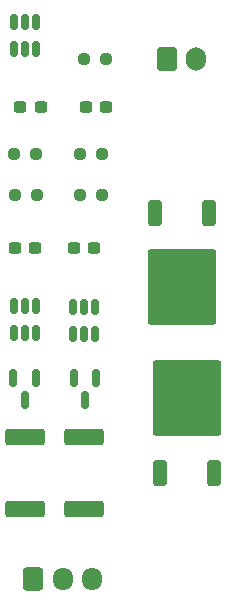
<source format=gbr>
%TF.GenerationSoftware,KiCad,Pcbnew,9.0.4*%
%TF.CreationDate,2025-10-23T14:08:19-04:00*%
%TF.ProjectId,BMS,424d532e-6b69-4636-9164-5f7063625858,rev?*%
%TF.SameCoordinates,Original*%
%TF.FileFunction,Soldermask,Top*%
%TF.FilePolarity,Negative*%
%FSLAX46Y46*%
G04 Gerber Fmt 4.6, Leading zero omitted, Abs format (unit mm)*
G04 Created by KiCad (PCBNEW 9.0.4) date 2025-10-23 14:08:19*
%MOMM*%
%LPD*%
G01*
G04 APERTURE LIST*
G04 Aperture macros list*
%AMRoundRect*
0 Rectangle with rounded corners*
0 $1 Rounding radius*
0 $2 $3 $4 $5 $6 $7 $8 $9 X,Y pos of 4 corners*
0 Add a 4 corners polygon primitive as box body*
4,1,4,$2,$3,$4,$5,$6,$7,$8,$9,$2,$3,0*
0 Add four circle primitives for the rounded corners*
1,1,$1+$1,$2,$3*
1,1,$1+$1,$4,$5*
1,1,$1+$1,$6,$7*
1,1,$1+$1,$8,$9*
0 Add four rect primitives between the rounded corners*
20,1,$1+$1,$2,$3,$4,$5,0*
20,1,$1+$1,$4,$5,$6,$7,0*
20,1,$1+$1,$6,$7,$8,$9,0*
20,1,$1+$1,$8,$9,$2,$3,0*%
G04 Aperture macros list end*
%ADD10RoundRect,0.150000X-0.150000X0.587500X-0.150000X-0.587500X0.150000X-0.587500X0.150000X0.587500X0*%
%ADD11RoundRect,0.150000X-0.150000X0.512500X-0.150000X-0.512500X0.150000X-0.512500X0.150000X0.512500X0*%
%ADD12RoundRect,0.237500X-0.300000X-0.237500X0.300000X-0.237500X0.300000X0.237500X-0.300000X0.237500X0*%
%ADD13RoundRect,0.249999X-1.425001X0.450001X-1.425001X-0.450001X1.425001X-0.450001X1.425001X0.450001X0*%
%ADD14RoundRect,0.250000X0.350000X-0.850000X0.350000X0.850000X-0.350000X0.850000X-0.350000X-0.850000X0*%
%ADD15RoundRect,0.249997X2.650003X-2.950003X2.650003X2.950003X-2.650003X2.950003X-2.650003X-2.950003X0*%
%ADD16RoundRect,0.237500X-0.250000X-0.237500X0.250000X-0.237500X0.250000X0.237500X-0.250000X0.237500X0*%
%ADD17RoundRect,0.250000X-0.600000X-0.750000X0.600000X-0.750000X0.600000X0.750000X-0.600000X0.750000X0*%
%ADD18O,1.700000X2.000000*%
%ADD19RoundRect,0.250000X-0.600000X-0.725000X0.600000X-0.725000X0.600000X0.725000X-0.600000X0.725000X0*%
%ADD20O,1.700000X1.950000*%
%ADD21RoundRect,0.250000X-0.350000X0.850000X-0.350000X-0.850000X0.350000X-0.850000X0.350000X0.850000X0*%
%ADD22RoundRect,0.249997X-2.650003X2.950003X-2.650003X-2.950003X2.650003X-2.950003X2.650003X2.950003X0*%
G04 APERTURE END LIST*
D10*
%TO.C,Q4*%
X145000000Y-96000000D03*
X143100000Y-96000000D03*
X144050000Y-97875000D03*
%TD*%
%TO.C,Q3*%
X139900000Y-96000000D03*
X138000000Y-96000000D03*
X138950000Y-97875000D03*
%TD*%
D11*
%TO.C,U1*%
X139950000Y-89862500D03*
X139000000Y-89862500D03*
X138050000Y-89862500D03*
X138050000Y-92137500D03*
X139000000Y-92137500D03*
X139950000Y-92137500D03*
%TD*%
D12*
%TO.C,C1*%
X138575000Y-73000000D03*
X140300000Y-73000000D03*
%TD*%
D13*
%TO.C,R5*%
X139000000Y-101000000D03*
X139000000Y-107100000D03*
%TD*%
D14*
%TO.C,Q2*%
X150440000Y-104000000D03*
D15*
X152720000Y-97700000D03*
D14*
X155000000Y-104000000D03*
%TD*%
D16*
%TO.C,R7*%
X144000000Y-69000000D03*
X145825000Y-69000000D03*
%TD*%
D12*
%TO.C,C4*%
X143137500Y-85000000D03*
X144862500Y-85000000D03*
%TD*%
%TO.C,C2*%
X144137500Y-73000000D03*
X145862500Y-73000000D03*
%TD*%
D16*
%TO.C,R2*%
X143675000Y-77000000D03*
X145500000Y-77000000D03*
%TD*%
%TO.C,R1*%
X138087500Y-77000000D03*
X139912500Y-77000000D03*
%TD*%
D13*
%TO.C,R6*%
X144000000Y-101000000D03*
X144000000Y-107100000D03*
%TD*%
D17*
%TO.C,J2*%
X151000000Y-69000000D03*
D18*
X153500000Y-69000000D03*
%TD*%
D12*
%TO.C,C3*%
X138137500Y-85000000D03*
X139862500Y-85000000D03*
%TD*%
D11*
%TO.C,U3*%
X139950000Y-65862500D03*
X139000000Y-65862500D03*
X138050000Y-65862500D03*
X138050000Y-68137500D03*
X139000000Y-68137500D03*
X139950000Y-68137500D03*
%TD*%
D19*
%TO.C,J1*%
X139675000Y-113000000D03*
D20*
X142175000Y-113000000D03*
X144675000Y-113000000D03*
%TD*%
D16*
%TO.C,R3*%
X138175000Y-80500000D03*
X140000000Y-80500000D03*
%TD*%
D21*
%TO.C,Q1*%
X154560000Y-82000000D03*
D22*
X152280000Y-88300000D03*
D21*
X150000000Y-82000000D03*
%TD*%
D16*
%TO.C,R4*%
X143675000Y-80500000D03*
X145500000Y-80500000D03*
%TD*%
D11*
%TO.C,U2*%
X144950000Y-90000000D03*
X144000000Y-90000000D03*
X143050000Y-90000000D03*
X143050000Y-92275000D03*
X144000000Y-92275000D03*
X144950000Y-92275000D03*
%TD*%
M02*

</source>
